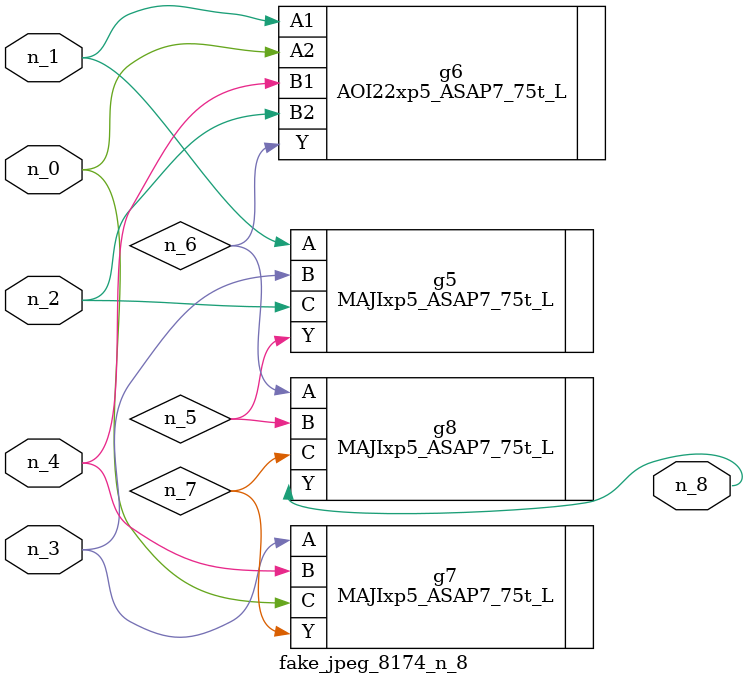
<source format=v>
module fake_jpeg_8174_n_8 (n_3, n_2, n_1, n_0, n_4, n_8);

input n_3;
input n_2;
input n_1;
input n_0;
input n_4;

output n_8;

wire n_6;
wire n_5;
wire n_7;

MAJIxp5_ASAP7_75t_L g5 ( 
.A(n_1),
.B(n_3),
.C(n_2),
.Y(n_5)
);

AOI22xp5_ASAP7_75t_L g6 ( 
.A1(n_1),
.A2(n_0),
.B1(n_4),
.B2(n_2),
.Y(n_6)
);

MAJIxp5_ASAP7_75t_L g7 ( 
.A(n_3),
.B(n_4),
.C(n_0),
.Y(n_7)
);

MAJIxp5_ASAP7_75t_L g8 ( 
.A(n_6),
.B(n_5),
.C(n_7),
.Y(n_8)
);


endmodule
</source>
